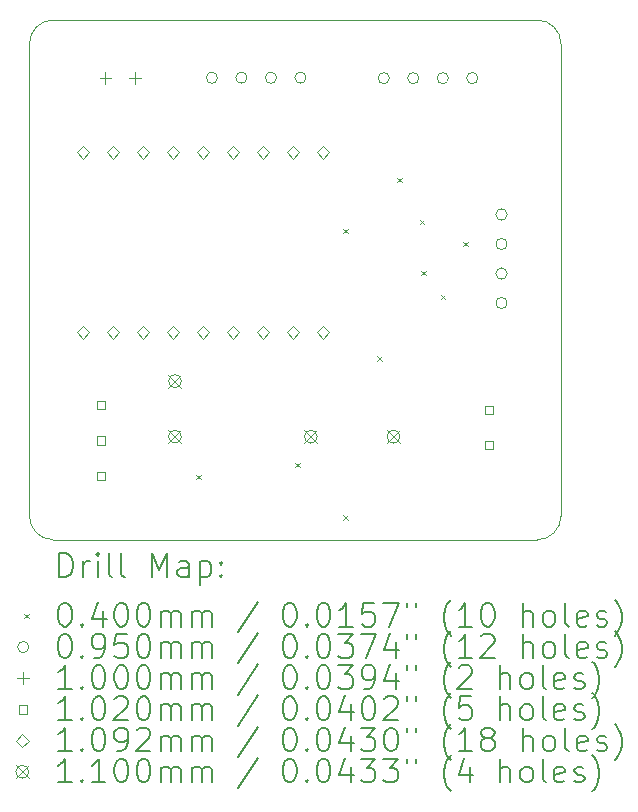
<source format=gbr>
%TF.GenerationSoftware,KiCad,Pcbnew,(6.0.7)*%
%TF.CreationDate,2022-12-11T16:44:10+01:00*%
%TF.ProjectId,StartStop_PCB,53746172-7453-4746-9f70-5f5043422e6b,rev?*%
%TF.SameCoordinates,Original*%
%TF.FileFunction,Drillmap*%
%TF.FilePolarity,Positive*%
%FSLAX45Y45*%
G04 Gerber Fmt 4.5, Leading zero omitted, Abs format (unit mm)*
G04 Created by KiCad (PCBNEW (6.0.7)) date 2022-12-11 16:44:10*
%MOMM*%
%LPD*%
G01*
G04 APERTURE LIST*
%ADD10C,0.100000*%
%ADD11C,0.200000*%
%ADD12C,0.040000*%
%ADD13C,0.095000*%
%ADD14C,0.102000*%
%ADD15C,0.109220*%
%ADD16C,0.110000*%
G04 APERTURE END LIST*
D10*
X14400000Y-8100000D02*
G75*
G03*
X14600000Y-7900000I0J200000D01*
G01*
X10300000Y-3700000D02*
G75*
G03*
X10100000Y-3900000I0J-200000D01*
G01*
X14600000Y-7900000D02*
X14600000Y-3900000D01*
X14400000Y-3700000D02*
X10300000Y-3700000D01*
X10100000Y-3900000D02*
X10100000Y-7900000D01*
X14600000Y-3900000D02*
G75*
G03*
X14400000Y-3700000I-200000J0D01*
G01*
X10100000Y-7900000D02*
G75*
G03*
X10300000Y-8100000I200000J0D01*
G01*
X10300000Y-8100000D02*
X14400000Y-8100000D01*
D11*
D12*
X11511600Y-7549200D02*
X11551600Y-7589200D01*
X11551600Y-7549200D02*
X11511600Y-7589200D01*
X12349800Y-7447600D02*
X12389800Y-7487600D01*
X12389800Y-7447600D02*
X12349800Y-7487600D01*
X12756200Y-5466400D02*
X12796200Y-5506400D01*
X12796200Y-5466400D02*
X12756200Y-5506400D01*
X12756200Y-7892100D02*
X12796200Y-7932100D01*
X12796200Y-7892100D02*
X12756200Y-7932100D01*
X13045800Y-6545900D02*
X13085800Y-6585900D01*
X13085800Y-6545900D02*
X13045800Y-6585900D01*
X13213400Y-5034600D02*
X13253400Y-5074600D01*
X13253400Y-5034600D02*
X13213400Y-5074600D01*
X13403900Y-5390200D02*
X13443900Y-5430200D01*
X13443900Y-5390200D02*
X13403900Y-5430200D01*
X13416600Y-5822000D02*
X13456600Y-5862000D01*
X13456600Y-5822000D02*
X13416600Y-5862000D01*
X13581700Y-6025200D02*
X13621700Y-6065200D01*
X13621700Y-6025200D02*
X13581700Y-6065200D01*
X13773050Y-5576700D02*
X13813050Y-5616700D01*
X13813050Y-5576700D02*
X13773050Y-5616700D01*
D13*
X11692320Y-4188460D02*
G75*
G03*
X11692320Y-4188460I-47500J0D01*
G01*
X11942320Y-4188460D02*
G75*
G03*
X11942320Y-4188460I-47500J0D01*
G01*
X12192320Y-4188460D02*
G75*
G03*
X12192320Y-4188460I-47500J0D01*
G01*
X12442320Y-4188460D02*
G75*
G03*
X12442320Y-4188460I-47500J0D01*
G01*
X13147200Y-4192300D02*
G75*
G03*
X13147200Y-4192300I-47500J0D01*
G01*
X13397200Y-4192300D02*
G75*
G03*
X13397200Y-4192300I-47500J0D01*
G01*
X13647200Y-4192300D02*
G75*
G03*
X13647200Y-4192300I-47500J0D01*
G01*
X13897200Y-4192300D02*
G75*
G03*
X13897200Y-4192300I-47500J0D01*
G01*
X14144500Y-5346700D02*
G75*
G03*
X14144500Y-5346700I-47500J0D01*
G01*
X14144500Y-5596700D02*
G75*
G03*
X14144500Y-5596700I-47500J0D01*
G01*
X14144500Y-5846700D02*
G75*
G03*
X14144500Y-5846700I-47500J0D01*
G01*
X14144500Y-6096700D02*
G75*
G03*
X14144500Y-6096700I-47500J0D01*
G01*
D10*
X10743660Y-4139300D02*
X10743660Y-4239300D01*
X10693660Y-4189300D02*
X10793660Y-4189300D01*
X10993660Y-4139300D02*
X10993660Y-4239300D01*
X10943660Y-4189300D02*
X11043660Y-4189300D01*
D14*
X10742163Y-6995663D02*
X10742163Y-6923537D01*
X10670037Y-6923537D01*
X10670037Y-6995663D01*
X10742163Y-6995663D01*
X10742163Y-7295663D02*
X10742163Y-7223537D01*
X10670037Y-7223537D01*
X10670037Y-7295663D01*
X10742163Y-7295663D01*
X10742163Y-7595663D02*
X10742163Y-7523537D01*
X10670037Y-7523537D01*
X10670037Y-7595663D01*
X10742163Y-7595663D01*
X14028063Y-7036163D02*
X14028063Y-6964037D01*
X13955937Y-6964037D01*
X13955937Y-7036163D01*
X14028063Y-7036163D01*
X14028063Y-7336163D02*
X14028063Y-7264037D01*
X13955937Y-7264037D01*
X13955937Y-7336163D01*
X14028063Y-7336163D01*
D15*
X10553519Y-4873110D02*
X10608129Y-4818500D01*
X10553519Y-4763890D01*
X10498909Y-4818500D01*
X10553519Y-4873110D01*
X10553519Y-6397110D02*
X10608129Y-6342500D01*
X10553519Y-6287890D01*
X10498909Y-6342500D01*
X10553519Y-6397110D01*
X10807519Y-4873110D02*
X10862129Y-4818500D01*
X10807519Y-4763890D01*
X10752909Y-4818500D01*
X10807519Y-4873110D01*
X10807519Y-6397110D02*
X10862129Y-6342500D01*
X10807519Y-6287890D01*
X10752909Y-6342500D01*
X10807519Y-6397110D01*
X11061519Y-4873110D02*
X11116129Y-4818500D01*
X11061519Y-4763890D01*
X11006909Y-4818500D01*
X11061519Y-4873110D01*
X11061519Y-6397110D02*
X11116129Y-6342500D01*
X11061519Y-6287890D01*
X11006909Y-6342500D01*
X11061519Y-6397110D01*
X11315519Y-4873110D02*
X11370129Y-4818500D01*
X11315519Y-4763890D01*
X11260909Y-4818500D01*
X11315519Y-4873110D01*
X11315519Y-6397110D02*
X11370129Y-6342500D01*
X11315519Y-6287890D01*
X11260909Y-6342500D01*
X11315519Y-6397110D01*
X11569519Y-4873110D02*
X11624129Y-4818500D01*
X11569519Y-4763890D01*
X11514909Y-4818500D01*
X11569519Y-4873110D01*
X11569519Y-6397110D02*
X11624129Y-6342500D01*
X11569519Y-6287890D01*
X11514909Y-6342500D01*
X11569519Y-6397110D01*
X11823519Y-4873110D02*
X11878129Y-4818500D01*
X11823519Y-4763890D01*
X11768909Y-4818500D01*
X11823519Y-4873110D01*
X11823519Y-6397110D02*
X11878129Y-6342500D01*
X11823519Y-6287890D01*
X11768909Y-6342500D01*
X11823519Y-6397110D01*
X12077519Y-4873110D02*
X12132129Y-4818500D01*
X12077519Y-4763890D01*
X12022909Y-4818500D01*
X12077519Y-4873110D01*
X12077519Y-6397110D02*
X12132129Y-6342500D01*
X12077519Y-6287890D01*
X12022909Y-6342500D01*
X12077519Y-6397110D01*
X12331519Y-4873110D02*
X12386129Y-4818500D01*
X12331519Y-4763890D01*
X12276909Y-4818500D01*
X12331519Y-4873110D01*
X12331519Y-6397110D02*
X12386129Y-6342500D01*
X12331519Y-6287890D01*
X12276909Y-6342500D01*
X12331519Y-6397110D01*
X12585519Y-4873110D02*
X12640129Y-4818500D01*
X12585519Y-4763890D01*
X12530909Y-4818500D01*
X12585519Y-4873110D01*
X12585519Y-6397110D02*
X12640129Y-6342500D01*
X12585519Y-6287890D01*
X12530909Y-6342500D01*
X12585519Y-6397110D01*
D16*
X11277300Y-6702660D02*
X11387300Y-6812660D01*
X11387300Y-6702660D02*
X11277300Y-6812660D01*
X11387300Y-6757660D02*
G75*
G03*
X11387300Y-6757660I-55000J0D01*
G01*
X11277300Y-7172660D02*
X11387300Y-7282660D01*
X11387300Y-7172660D02*
X11277300Y-7282660D01*
X11387300Y-7227660D02*
G75*
G03*
X11387300Y-7227660I-55000J0D01*
G01*
X12427300Y-7172660D02*
X12537300Y-7282660D01*
X12537300Y-7172660D02*
X12427300Y-7282660D01*
X12537300Y-7227660D02*
G75*
G03*
X12537300Y-7227660I-55000J0D01*
G01*
X13127300Y-7172660D02*
X13237300Y-7282660D01*
X13237300Y-7172660D02*
X13127300Y-7282660D01*
X13237300Y-7227660D02*
G75*
G03*
X13237300Y-7227660I-55000J0D01*
G01*
D11*
X10352619Y-8415476D02*
X10352619Y-8215476D01*
X10400238Y-8215476D01*
X10428810Y-8225000D01*
X10447857Y-8244048D01*
X10457381Y-8263095D01*
X10466905Y-8301190D01*
X10466905Y-8329762D01*
X10457381Y-8367857D01*
X10447857Y-8386905D01*
X10428810Y-8405952D01*
X10400238Y-8415476D01*
X10352619Y-8415476D01*
X10552619Y-8415476D02*
X10552619Y-8282143D01*
X10552619Y-8320238D02*
X10562143Y-8301190D01*
X10571667Y-8291667D01*
X10590714Y-8282143D01*
X10609762Y-8282143D01*
X10676429Y-8415476D02*
X10676429Y-8282143D01*
X10676429Y-8215476D02*
X10666905Y-8225000D01*
X10676429Y-8234524D01*
X10685952Y-8225000D01*
X10676429Y-8215476D01*
X10676429Y-8234524D01*
X10800238Y-8415476D02*
X10781190Y-8405952D01*
X10771667Y-8386905D01*
X10771667Y-8215476D01*
X10905000Y-8415476D02*
X10885952Y-8405952D01*
X10876429Y-8386905D01*
X10876429Y-8215476D01*
X11133571Y-8415476D02*
X11133571Y-8215476D01*
X11200238Y-8358333D01*
X11266905Y-8215476D01*
X11266905Y-8415476D01*
X11447857Y-8415476D02*
X11447857Y-8310714D01*
X11438333Y-8291667D01*
X11419286Y-8282143D01*
X11381190Y-8282143D01*
X11362143Y-8291667D01*
X11447857Y-8405952D02*
X11428809Y-8415476D01*
X11381190Y-8415476D01*
X11362143Y-8405952D01*
X11352619Y-8386905D01*
X11352619Y-8367857D01*
X11362143Y-8348809D01*
X11381190Y-8339286D01*
X11428809Y-8339286D01*
X11447857Y-8329762D01*
X11543095Y-8282143D02*
X11543095Y-8482143D01*
X11543095Y-8291667D02*
X11562143Y-8282143D01*
X11600238Y-8282143D01*
X11619286Y-8291667D01*
X11628809Y-8301190D01*
X11638333Y-8320238D01*
X11638333Y-8377381D01*
X11628809Y-8396429D01*
X11619286Y-8405952D01*
X11600238Y-8415476D01*
X11562143Y-8415476D01*
X11543095Y-8405952D01*
X11724048Y-8396429D02*
X11733571Y-8405952D01*
X11724048Y-8415476D01*
X11714524Y-8405952D01*
X11724048Y-8396429D01*
X11724048Y-8415476D01*
X11724048Y-8291667D02*
X11733571Y-8301190D01*
X11724048Y-8310714D01*
X11714524Y-8301190D01*
X11724048Y-8291667D01*
X11724048Y-8310714D01*
D12*
X10055000Y-8725000D02*
X10095000Y-8765000D01*
X10095000Y-8725000D02*
X10055000Y-8765000D01*
D11*
X10390714Y-8635476D02*
X10409762Y-8635476D01*
X10428810Y-8645000D01*
X10438333Y-8654524D01*
X10447857Y-8673571D01*
X10457381Y-8711667D01*
X10457381Y-8759286D01*
X10447857Y-8797381D01*
X10438333Y-8816429D01*
X10428810Y-8825952D01*
X10409762Y-8835476D01*
X10390714Y-8835476D01*
X10371667Y-8825952D01*
X10362143Y-8816429D01*
X10352619Y-8797381D01*
X10343095Y-8759286D01*
X10343095Y-8711667D01*
X10352619Y-8673571D01*
X10362143Y-8654524D01*
X10371667Y-8645000D01*
X10390714Y-8635476D01*
X10543095Y-8816429D02*
X10552619Y-8825952D01*
X10543095Y-8835476D01*
X10533571Y-8825952D01*
X10543095Y-8816429D01*
X10543095Y-8835476D01*
X10724048Y-8702143D02*
X10724048Y-8835476D01*
X10676429Y-8625952D02*
X10628810Y-8768810D01*
X10752619Y-8768810D01*
X10866905Y-8635476D02*
X10885952Y-8635476D01*
X10905000Y-8645000D01*
X10914524Y-8654524D01*
X10924048Y-8673571D01*
X10933571Y-8711667D01*
X10933571Y-8759286D01*
X10924048Y-8797381D01*
X10914524Y-8816429D01*
X10905000Y-8825952D01*
X10885952Y-8835476D01*
X10866905Y-8835476D01*
X10847857Y-8825952D01*
X10838333Y-8816429D01*
X10828810Y-8797381D01*
X10819286Y-8759286D01*
X10819286Y-8711667D01*
X10828810Y-8673571D01*
X10838333Y-8654524D01*
X10847857Y-8645000D01*
X10866905Y-8635476D01*
X11057381Y-8635476D02*
X11076429Y-8635476D01*
X11095476Y-8645000D01*
X11105000Y-8654524D01*
X11114524Y-8673571D01*
X11124048Y-8711667D01*
X11124048Y-8759286D01*
X11114524Y-8797381D01*
X11105000Y-8816429D01*
X11095476Y-8825952D01*
X11076429Y-8835476D01*
X11057381Y-8835476D01*
X11038333Y-8825952D01*
X11028810Y-8816429D01*
X11019286Y-8797381D01*
X11009762Y-8759286D01*
X11009762Y-8711667D01*
X11019286Y-8673571D01*
X11028810Y-8654524D01*
X11038333Y-8645000D01*
X11057381Y-8635476D01*
X11209762Y-8835476D02*
X11209762Y-8702143D01*
X11209762Y-8721190D02*
X11219286Y-8711667D01*
X11238333Y-8702143D01*
X11266905Y-8702143D01*
X11285952Y-8711667D01*
X11295476Y-8730714D01*
X11295476Y-8835476D01*
X11295476Y-8730714D02*
X11305000Y-8711667D01*
X11324048Y-8702143D01*
X11352619Y-8702143D01*
X11371667Y-8711667D01*
X11381190Y-8730714D01*
X11381190Y-8835476D01*
X11476428Y-8835476D02*
X11476428Y-8702143D01*
X11476428Y-8721190D02*
X11485952Y-8711667D01*
X11505000Y-8702143D01*
X11533571Y-8702143D01*
X11552619Y-8711667D01*
X11562143Y-8730714D01*
X11562143Y-8835476D01*
X11562143Y-8730714D02*
X11571667Y-8711667D01*
X11590714Y-8702143D01*
X11619286Y-8702143D01*
X11638333Y-8711667D01*
X11647857Y-8730714D01*
X11647857Y-8835476D01*
X12038333Y-8625952D02*
X11866905Y-8883095D01*
X12295476Y-8635476D02*
X12314524Y-8635476D01*
X12333571Y-8645000D01*
X12343095Y-8654524D01*
X12352619Y-8673571D01*
X12362143Y-8711667D01*
X12362143Y-8759286D01*
X12352619Y-8797381D01*
X12343095Y-8816429D01*
X12333571Y-8825952D01*
X12314524Y-8835476D01*
X12295476Y-8835476D01*
X12276428Y-8825952D01*
X12266905Y-8816429D01*
X12257381Y-8797381D01*
X12247857Y-8759286D01*
X12247857Y-8711667D01*
X12257381Y-8673571D01*
X12266905Y-8654524D01*
X12276428Y-8645000D01*
X12295476Y-8635476D01*
X12447857Y-8816429D02*
X12457381Y-8825952D01*
X12447857Y-8835476D01*
X12438333Y-8825952D01*
X12447857Y-8816429D01*
X12447857Y-8835476D01*
X12581190Y-8635476D02*
X12600238Y-8635476D01*
X12619286Y-8645000D01*
X12628809Y-8654524D01*
X12638333Y-8673571D01*
X12647857Y-8711667D01*
X12647857Y-8759286D01*
X12638333Y-8797381D01*
X12628809Y-8816429D01*
X12619286Y-8825952D01*
X12600238Y-8835476D01*
X12581190Y-8835476D01*
X12562143Y-8825952D01*
X12552619Y-8816429D01*
X12543095Y-8797381D01*
X12533571Y-8759286D01*
X12533571Y-8711667D01*
X12543095Y-8673571D01*
X12552619Y-8654524D01*
X12562143Y-8645000D01*
X12581190Y-8635476D01*
X12838333Y-8835476D02*
X12724048Y-8835476D01*
X12781190Y-8835476D02*
X12781190Y-8635476D01*
X12762143Y-8664048D01*
X12743095Y-8683095D01*
X12724048Y-8692619D01*
X13019286Y-8635476D02*
X12924048Y-8635476D01*
X12914524Y-8730714D01*
X12924048Y-8721190D01*
X12943095Y-8711667D01*
X12990714Y-8711667D01*
X13009762Y-8721190D01*
X13019286Y-8730714D01*
X13028809Y-8749762D01*
X13028809Y-8797381D01*
X13019286Y-8816429D01*
X13009762Y-8825952D01*
X12990714Y-8835476D01*
X12943095Y-8835476D01*
X12924048Y-8825952D01*
X12914524Y-8816429D01*
X13095476Y-8635476D02*
X13228809Y-8635476D01*
X13143095Y-8835476D01*
X13295476Y-8635476D02*
X13295476Y-8673571D01*
X13371667Y-8635476D02*
X13371667Y-8673571D01*
X13666905Y-8911667D02*
X13657381Y-8902143D01*
X13638333Y-8873571D01*
X13628809Y-8854524D01*
X13619286Y-8825952D01*
X13609762Y-8778333D01*
X13609762Y-8740238D01*
X13619286Y-8692619D01*
X13628809Y-8664048D01*
X13638333Y-8645000D01*
X13657381Y-8616429D01*
X13666905Y-8606905D01*
X13847857Y-8835476D02*
X13733571Y-8835476D01*
X13790714Y-8835476D02*
X13790714Y-8635476D01*
X13771667Y-8664048D01*
X13752619Y-8683095D01*
X13733571Y-8692619D01*
X13971667Y-8635476D02*
X13990714Y-8635476D01*
X14009762Y-8645000D01*
X14019286Y-8654524D01*
X14028809Y-8673571D01*
X14038333Y-8711667D01*
X14038333Y-8759286D01*
X14028809Y-8797381D01*
X14019286Y-8816429D01*
X14009762Y-8825952D01*
X13990714Y-8835476D01*
X13971667Y-8835476D01*
X13952619Y-8825952D01*
X13943095Y-8816429D01*
X13933571Y-8797381D01*
X13924048Y-8759286D01*
X13924048Y-8711667D01*
X13933571Y-8673571D01*
X13943095Y-8654524D01*
X13952619Y-8645000D01*
X13971667Y-8635476D01*
X14276428Y-8835476D02*
X14276428Y-8635476D01*
X14362143Y-8835476D02*
X14362143Y-8730714D01*
X14352619Y-8711667D01*
X14333571Y-8702143D01*
X14305000Y-8702143D01*
X14285952Y-8711667D01*
X14276428Y-8721190D01*
X14485952Y-8835476D02*
X14466905Y-8825952D01*
X14457381Y-8816429D01*
X14447857Y-8797381D01*
X14447857Y-8740238D01*
X14457381Y-8721190D01*
X14466905Y-8711667D01*
X14485952Y-8702143D01*
X14514524Y-8702143D01*
X14533571Y-8711667D01*
X14543095Y-8721190D01*
X14552619Y-8740238D01*
X14552619Y-8797381D01*
X14543095Y-8816429D01*
X14533571Y-8825952D01*
X14514524Y-8835476D01*
X14485952Y-8835476D01*
X14666905Y-8835476D02*
X14647857Y-8825952D01*
X14638333Y-8806905D01*
X14638333Y-8635476D01*
X14819286Y-8825952D02*
X14800238Y-8835476D01*
X14762143Y-8835476D01*
X14743095Y-8825952D01*
X14733571Y-8806905D01*
X14733571Y-8730714D01*
X14743095Y-8711667D01*
X14762143Y-8702143D01*
X14800238Y-8702143D01*
X14819286Y-8711667D01*
X14828809Y-8730714D01*
X14828809Y-8749762D01*
X14733571Y-8768810D01*
X14905000Y-8825952D02*
X14924048Y-8835476D01*
X14962143Y-8835476D01*
X14981190Y-8825952D01*
X14990714Y-8806905D01*
X14990714Y-8797381D01*
X14981190Y-8778333D01*
X14962143Y-8768810D01*
X14933571Y-8768810D01*
X14914524Y-8759286D01*
X14905000Y-8740238D01*
X14905000Y-8730714D01*
X14914524Y-8711667D01*
X14933571Y-8702143D01*
X14962143Y-8702143D01*
X14981190Y-8711667D01*
X15057381Y-8911667D02*
X15066905Y-8902143D01*
X15085952Y-8873571D01*
X15095476Y-8854524D01*
X15105000Y-8825952D01*
X15114524Y-8778333D01*
X15114524Y-8740238D01*
X15105000Y-8692619D01*
X15095476Y-8664048D01*
X15085952Y-8645000D01*
X15066905Y-8616429D01*
X15057381Y-8606905D01*
D13*
X10095000Y-9009000D02*
G75*
G03*
X10095000Y-9009000I-47500J0D01*
G01*
D11*
X10390714Y-8899476D02*
X10409762Y-8899476D01*
X10428810Y-8909000D01*
X10438333Y-8918524D01*
X10447857Y-8937571D01*
X10457381Y-8975667D01*
X10457381Y-9023286D01*
X10447857Y-9061381D01*
X10438333Y-9080429D01*
X10428810Y-9089952D01*
X10409762Y-9099476D01*
X10390714Y-9099476D01*
X10371667Y-9089952D01*
X10362143Y-9080429D01*
X10352619Y-9061381D01*
X10343095Y-9023286D01*
X10343095Y-8975667D01*
X10352619Y-8937571D01*
X10362143Y-8918524D01*
X10371667Y-8909000D01*
X10390714Y-8899476D01*
X10543095Y-9080429D02*
X10552619Y-9089952D01*
X10543095Y-9099476D01*
X10533571Y-9089952D01*
X10543095Y-9080429D01*
X10543095Y-9099476D01*
X10647857Y-9099476D02*
X10685952Y-9099476D01*
X10705000Y-9089952D01*
X10714524Y-9080429D01*
X10733571Y-9051857D01*
X10743095Y-9013762D01*
X10743095Y-8937571D01*
X10733571Y-8918524D01*
X10724048Y-8909000D01*
X10705000Y-8899476D01*
X10666905Y-8899476D01*
X10647857Y-8909000D01*
X10638333Y-8918524D01*
X10628810Y-8937571D01*
X10628810Y-8985190D01*
X10638333Y-9004238D01*
X10647857Y-9013762D01*
X10666905Y-9023286D01*
X10705000Y-9023286D01*
X10724048Y-9013762D01*
X10733571Y-9004238D01*
X10743095Y-8985190D01*
X10924048Y-8899476D02*
X10828810Y-8899476D01*
X10819286Y-8994714D01*
X10828810Y-8985190D01*
X10847857Y-8975667D01*
X10895476Y-8975667D01*
X10914524Y-8985190D01*
X10924048Y-8994714D01*
X10933571Y-9013762D01*
X10933571Y-9061381D01*
X10924048Y-9080429D01*
X10914524Y-9089952D01*
X10895476Y-9099476D01*
X10847857Y-9099476D01*
X10828810Y-9089952D01*
X10819286Y-9080429D01*
X11057381Y-8899476D02*
X11076429Y-8899476D01*
X11095476Y-8909000D01*
X11105000Y-8918524D01*
X11114524Y-8937571D01*
X11124048Y-8975667D01*
X11124048Y-9023286D01*
X11114524Y-9061381D01*
X11105000Y-9080429D01*
X11095476Y-9089952D01*
X11076429Y-9099476D01*
X11057381Y-9099476D01*
X11038333Y-9089952D01*
X11028810Y-9080429D01*
X11019286Y-9061381D01*
X11009762Y-9023286D01*
X11009762Y-8975667D01*
X11019286Y-8937571D01*
X11028810Y-8918524D01*
X11038333Y-8909000D01*
X11057381Y-8899476D01*
X11209762Y-9099476D02*
X11209762Y-8966143D01*
X11209762Y-8985190D02*
X11219286Y-8975667D01*
X11238333Y-8966143D01*
X11266905Y-8966143D01*
X11285952Y-8975667D01*
X11295476Y-8994714D01*
X11295476Y-9099476D01*
X11295476Y-8994714D02*
X11305000Y-8975667D01*
X11324048Y-8966143D01*
X11352619Y-8966143D01*
X11371667Y-8975667D01*
X11381190Y-8994714D01*
X11381190Y-9099476D01*
X11476428Y-9099476D02*
X11476428Y-8966143D01*
X11476428Y-8985190D02*
X11485952Y-8975667D01*
X11505000Y-8966143D01*
X11533571Y-8966143D01*
X11552619Y-8975667D01*
X11562143Y-8994714D01*
X11562143Y-9099476D01*
X11562143Y-8994714D02*
X11571667Y-8975667D01*
X11590714Y-8966143D01*
X11619286Y-8966143D01*
X11638333Y-8975667D01*
X11647857Y-8994714D01*
X11647857Y-9099476D01*
X12038333Y-8889952D02*
X11866905Y-9147095D01*
X12295476Y-8899476D02*
X12314524Y-8899476D01*
X12333571Y-8909000D01*
X12343095Y-8918524D01*
X12352619Y-8937571D01*
X12362143Y-8975667D01*
X12362143Y-9023286D01*
X12352619Y-9061381D01*
X12343095Y-9080429D01*
X12333571Y-9089952D01*
X12314524Y-9099476D01*
X12295476Y-9099476D01*
X12276428Y-9089952D01*
X12266905Y-9080429D01*
X12257381Y-9061381D01*
X12247857Y-9023286D01*
X12247857Y-8975667D01*
X12257381Y-8937571D01*
X12266905Y-8918524D01*
X12276428Y-8909000D01*
X12295476Y-8899476D01*
X12447857Y-9080429D02*
X12457381Y-9089952D01*
X12447857Y-9099476D01*
X12438333Y-9089952D01*
X12447857Y-9080429D01*
X12447857Y-9099476D01*
X12581190Y-8899476D02*
X12600238Y-8899476D01*
X12619286Y-8909000D01*
X12628809Y-8918524D01*
X12638333Y-8937571D01*
X12647857Y-8975667D01*
X12647857Y-9023286D01*
X12638333Y-9061381D01*
X12628809Y-9080429D01*
X12619286Y-9089952D01*
X12600238Y-9099476D01*
X12581190Y-9099476D01*
X12562143Y-9089952D01*
X12552619Y-9080429D01*
X12543095Y-9061381D01*
X12533571Y-9023286D01*
X12533571Y-8975667D01*
X12543095Y-8937571D01*
X12552619Y-8918524D01*
X12562143Y-8909000D01*
X12581190Y-8899476D01*
X12714524Y-8899476D02*
X12838333Y-8899476D01*
X12771667Y-8975667D01*
X12800238Y-8975667D01*
X12819286Y-8985190D01*
X12828809Y-8994714D01*
X12838333Y-9013762D01*
X12838333Y-9061381D01*
X12828809Y-9080429D01*
X12819286Y-9089952D01*
X12800238Y-9099476D01*
X12743095Y-9099476D01*
X12724048Y-9089952D01*
X12714524Y-9080429D01*
X12905000Y-8899476D02*
X13038333Y-8899476D01*
X12952619Y-9099476D01*
X13200238Y-8966143D02*
X13200238Y-9099476D01*
X13152619Y-8889952D02*
X13105000Y-9032810D01*
X13228809Y-9032810D01*
X13295476Y-8899476D02*
X13295476Y-8937571D01*
X13371667Y-8899476D02*
X13371667Y-8937571D01*
X13666905Y-9175667D02*
X13657381Y-9166143D01*
X13638333Y-9137571D01*
X13628809Y-9118524D01*
X13619286Y-9089952D01*
X13609762Y-9042333D01*
X13609762Y-9004238D01*
X13619286Y-8956619D01*
X13628809Y-8928048D01*
X13638333Y-8909000D01*
X13657381Y-8880429D01*
X13666905Y-8870905D01*
X13847857Y-9099476D02*
X13733571Y-9099476D01*
X13790714Y-9099476D02*
X13790714Y-8899476D01*
X13771667Y-8928048D01*
X13752619Y-8947095D01*
X13733571Y-8956619D01*
X13924048Y-8918524D02*
X13933571Y-8909000D01*
X13952619Y-8899476D01*
X14000238Y-8899476D01*
X14019286Y-8909000D01*
X14028809Y-8918524D01*
X14038333Y-8937571D01*
X14038333Y-8956619D01*
X14028809Y-8985190D01*
X13914524Y-9099476D01*
X14038333Y-9099476D01*
X14276428Y-9099476D02*
X14276428Y-8899476D01*
X14362143Y-9099476D02*
X14362143Y-8994714D01*
X14352619Y-8975667D01*
X14333571Y-8966143D01*
X14305000Y-8966143D01*
X14285952Y-8975667D01*
X14276428Y-8985190D01*
X14485952Y-9099476D02*
X14466905Y-9089952D01*
X14457381Y-9080429D01*
X14447857Y-9061381D01*
X14447857Y-9004238D01*
X14457381Y-8985190D01*
X14466905Y-8975667D01*
X14485952Y-8966143D01*
X14514524Y-8966143D01*
X14533571Y-8975667D01*
X14543095Y-8985190D01*
X14552619Y-9004238D01*
X14552619Y-9061381D01*
X14543095Y-9080429D01*
X14533571Y-9089952D01*
X14514524Y-9099476D01*
X14485952Y-9099476D01*
X14666905Y-9099476D02*
X14647857Y-9089952D01*
X14638333Y-9070905D01*
X14638333Y-8899476D01*
X14819286Y-9089952D02*
X14800238Y-9099476D01*
X14762143Y-9099476D01*
X14743095Y-9089952D01*
X14733571Y-9070905D01*
X14733571Y-8994714D01*
X14743095Y-8975667D01*
X14762143Y-8966143D01*
X14800238Y-8966143D01*
X14819286Y-8975667D01*
X14828809Y-8994714D01*
X14828809Y-9013762D01*
X14733571Y-9032810D01*
X14905000Y-9089952D02*
X14924048Y-9099476D01*
X14962143Y-9099476D01*
X14981190Y-9089952D01*
X14990714Y-9070905D01*
X14990714Y-9061381D01*
X14981190Y-9042333D01*
X14962143Y-9032810D01*
X14933571Y-9032810D01*
X14914524Y-9023286D01*
X14905000Y-9004238D01*
X14905000Y-8994714D01*
X14914524Y-8975667D01*
X14933571Y-8966143D01*
X14962143Y-8966143D01*
X14981190Y-8975667D01*
X15057381Y-9175667D02*
X15066905Y-9166143D01*
X15085952Y-9137571D01*
X15095476Y-9118524D01*
X15105000Y-9089952D01*
X15114524Y-9042333D01*
X15114524Y-9004238D01*
X15105000Y-8956619D01*
X15095476Y-8928048D01*
X15085952Y-8909000D01*
X15066905Y-8880429D01*
X15057381Y-8870905D01*
D10*
X10045000Y-9223000D02*
X10045000Y-9323000D01*
X9995000Y-9273000D02*
X10095000Y-9273000D01*
D11*
X10457381Y-9363476D02*
X10343095Y-9363476D01*
X10400238Y-9363476D02*
X10400238Y-9163476D01*
X10381190Y-9192048D01*
X10362143Y-9211095D01*
X10343095Y-9220619D01*
X10543095Y-9344429D02*
X10552619Y-9353952D01*
X10543095Y-9363476D01*
X10533571Y-9353952D01*
X10543095Y-9344429D01*
X10543095Y-9363476D01*
X10676429Y-9163476D02*
X10695476Y-9163476D01*
X10714524Y-9173000D01*
X10724048Y-9182524D01*
X10733571Y-9201571D01*
X10743095Y-9239667D01*
X10743095Y-9287286D01*
X10733571Y-9325381D01*
X10724048Y-9344429D01*
X10714524Y-9353952D01*
X10695476Y-9363476D01*
X10676429Y-9363476D01*
X10657381Y-9353952D01*
X10647857Y-9344429D01*
X10638333Y-9325381D01*
X10628810Y-9287286D01*
X10628810Y-9239667D01*
X10638333Y-9201571D01*
X10647857Y-9182524D01*
X10657381Y-9173000D01*
X10676429Y-9163476D01*
X10866905Y-9163476D02*
X10885952Y-9163476D01*
X10905000Y-9173000D01*
X10914524Y-9182524D01*
X10924048Y-9201571D01*
X10933571Y-9239667D01*
X10933571Y-9287286D01*
X10924048Y-9325381D01*
X10914524Y-9344429D01*
X10905000Y-9353952D01*
X10885952Y-9363476D01*
X10866905Y-9363476D01*
X10847857Y-9353952D01*
X10838333Y-9344429D01*
X10828810Y-9325381D01*
X10819286Y-9287286D01*
X10819286Y-9239667D01*
X10828810Y-9201571D01*
X10838333Y-9182524D01*
X10847857Y-9173000D01*
X10866905Y-9163476D01*
X11057381Y-9163476D02*
X11076429Y-9163476D01*
X11095476Y-9173000D01*
X11105000Y-9182524D01*
X11114524Y-9201571D01*
X11124048Y-9239667D01*
X11124048Y-9287286D01*
X11114524Y-9325381D01*
X11105000Y-9344429D01*
X11095476Y-9353952D01*
X11076429Y-9363476D01*
X11057381Y-9363476D01*
X11038333Y-9353952D01*
X11028810Y-9344429D01*
X11019286Y-9325381D01*
X11009762Y-9287286D01*
X11009762Y-9239667D01*
X11019286Y-9201571D01*
X11028810Y-9182524D01*
X11038333Y-9173000D01*
X11057381Y-9163476D01*
X11209762Y-9363476D02*
X11209762Y-9230143D01*
X11209762Y-9249190D02*
X11219286Y-9239667D01*
X11238333Y-9230143D01*
X11266905Y-9230143D01*
X11285952Y-9239667D01*
X11295476Y-9258714D01*
X11295476Y-9363476D01*
X11295476Y-9258714D02*
X11305000Y-9239667D01*
X11324048Y-9230143D01*
X11352619Y-9230143D01*
X11371667Y-9239667D01*
X11381190Y-9258714D01*
X11381190Y-9363476D01*
X11476428Y-9363476D02*
X11476428Y-9230143D01*
X11476428Y-9249190D02*
X11485952Y-9239667D01*
X11505000Y-9230143D01*
X11533571Y-9230143D01*
X11552619Y-9239667D01*
X11562143Y-9258714D01*
X11562143Y-9363476D01*
X11562143Y-9258714D02*
X11571667Y-9239667D01*
X11590714Y-9230143D01*
X11619286Y-9230143D01*
X11638333Y-9239667D01*
X11647857Y-9258714D01*
X11647857Y-9363476D01*
X12038333Y-9153952D02*
X11866905Y-9411095D01*
X12295476Y-9163476D02*
X12314524Y-9163476D01*
X12333571Y-9173000D01*
X12343095Y-9182524D01*
X12352619Y-9201571D01*
X12362143Y-9239667D01*
X12362143Y-9287286D01*
X12352619Y-9325381D01*
X12343095Y-9344429D01*
X12333571Y-9353952D01*
X12314524Y-9363476D01*
X12295476Y-9363476D01*
X12276428Y-9353952D01*
X12266905Y-9344429D01*
X12257381Y-9325381D01*
X12247857Y-9287286D01*
X12247857Y-9239667D01*
X12257381Y-9201571D01*
X12266905Y-9182524D01*
X12276428Y-9173000D01*
X12295476Y-9163476D01*
X12447857Y-9344429D02*
X12457381Y-9353952D01*
X12447857Y-9363476D01*
X12438333Y-9353952D01*
X12447857Y-9344429D01*
X12447857Y-9363476D01*
X12581190Y-9163476D02*
X12600238Y-9163476D01*
X12619286Y-9173000D01*
X12628809Y-9182524D01*
X12638333Y-9201571D01*
X12647857Y-9239667D01*
X12647857Y-9287286D01*
X12638333Y-9325381D01*
X12628809Y-9344429D01*
X12619286Y-9353952D01*
X12600238Y-9363476D01*
X12581190Y-9363476D01*
X12562143Y-9353952D01*
X12552619Y-9344429D01*
X12543095Y-9325381D01*
X12533571Y-9287286D01*
X12533571Y-9239667D01*
X12543095Y-9201571D01*
X12552619Y-9182524D01*
X12562143Y-9173000D01*
X12581190Y-9163476D01*
X12714524Y-9163476D02*
X12838333Y-9163476D01*
X12771667Y-9239667D01*
X12800238Y-9239667D01*
X12819286Y-9249190D01*
X12828809Y-9258714D01*
X12838333Y-9277762D01*
X12838333Y-9325381D01*
X12828809Y-9344429D01*
X12819286Y-9353952D01*
X12800238Y-9363476D01*
X12743095Y-9363476D01*
X12724048Y-9353952D01*
X12714524Y-9344429D01*
X12933571Y-9363476D02*
X12971667Y-9363476D01*
X12990714Y-9353952D01*
X13000238Y-9344429D01*
X13019286Y-9315857D01*
X13028809Y-9277762D01*
X13028809Y-9201571D01*
X13019286Y-9182524D01*
X13009762Y-9173000D01*
X12990714Y-9163476D01*
X12952619Y-9163476D01*
X12933571Y-9173000D01*
X12924048Y-9182524D01*
X12914524Y-9201571D01*
X12914524Y-9249190D01*
X12924048Y-9268238D01*
X12933571Y-9277762D01*
X12952619Y-9287286D01*
X12990714Y-9287286D01*
X13009762Y-9277762D01*
X13019286Y-9268238D01*
X13028809Y-9249190D01*
X13200238Y-9230143D02*
X13200238Y-9363476D01*
X13152619Y-9153952D02*
X13105000Y-9296810D01*
X13228809Y-9296810D01*
X13295476Y-9163476D02*
X13295476Y-9201571D01*
X13371667Y-9163476D02*
X13371667Y-9201571D01*
X13666905Y-9439667D02*
X13657381Y-9430143D01*
X13638333Y-9401571D01*
X13628809Y-9382524D01*
X13619286Y-9353952D01*
X13609762Y-9306333D01*
X13609762Y-9268238D01*
X13619286Y-9220619D01*
X13628809Y-9192048D01*
X13638333Y-9173000D01*
X13657381Y-9144429D01*
X13666905Y-9134905D01*
X13733571Y-9182524D02*
X13743095Y-9173000D01*
X13762143Y-9163476D01*
X13809762Y-9163476D01*
X13828809Y-9173000D01*
X13838333Y-9182524D01*
X13847857Y-9201571D01*
X13847857Y-9220619D01*
X13838333Y-9249190D01*
X13724048Y-9363476D01*
X13847857Y-9363476D01*
X14085952Y-9363476D02*
X14085952Y-9163476D01*
X14171667Y-9363476D02*
X14171667Y-9258714D01*
X14162143Y-9239667D01*
X14143095Y-9230143D01*
X14114524Y-9230143D01*
X14095476Y-9239667D01*
X14085952Y-9249190D01*
X14295476Y-9363476D02*
X14276428Y-9353952D01*
X14266905Y-9344429D01*
X14257381Y-9325381D01*
X14257381Y-9268238D01*
X14266905Y-9249190D01*
X14276428Y-9239667D01*
X14295476Y-9230143D01*
X14324048Y-9230143D01*
X14343095Y-9239667D01*
X14352619Y-9249190D01*
X14362143Y-9268238D01*
X14362143Y-9325381D01*
X14352619Y-9344429D01*
X14343095Y-9353952D01*
X14324048Y-9363476D01*
X14295476Y-9363476D01*
X14476428Y-9363476D02*
X14457381Y-9353952D01*
X14447857Y-9334905D01*
X14447857Y-9163476D01*
X14628809Y-9353952D02*
X14609762Y-9363476D01*
X14571667Y-9363476D01*
X14552619Y-9353952D01*
X14543095Y-9334905D01*
X14543095Y-9258714D01*
X14552619Y-9239667D01*
X14571667Y-9230143D01*
X14609762Y-9230143D01*
X14628809Y-9239667D01*
X14638333Y-9258714D01*
X14638333Y-9277762D01*
X14543095Y-9296810D01*
X14714524Y-9353952D02*
X14733571Y-9363476D01*
X14771667Y-9363476D01*
X14790714Y-9353952D01*
X14800238Y-9334905D01*
X14800238Y-9325381D01*
X14790714Y-9306333D01*
X14771667Y-9296810D01*
X14743095Y-9296810D01*
X14724048Y-9287286D01*
X14714524Y-9268238D01*
X14714524Y-9258714D01*
X14724048Y-9239667D01*
X14743095Y-9230143D01*
X14771667Y-9230143D01*
X14790714Y-9239667D01*
X14866905Y-9439667D02*
X14876428Y-9430143D01*
X14895476Y-9401571D01*
X14905000Y-9382524D01*
X14914524Y-9353952D01*
X14924048Y-9306333D01*
X14924048Y-9268238D01*
X14914524Y-9220619D01*
X14905000Y-9192048D01*
X14895476Y-9173000D01*
X14876428Y-9144429D01*
X14866905Y-9134905D01*
D14*
X10080063Y-9573063D02*
X10080063Y-9500937D01*
X10007937Y-9500937D01*
X10007937Y-9573063D01*
X10080063Y-9573063D01*
D11*
X10457381Y-9627476D02*
X10343095Y-9627476D01*
X10400238Y-9627476D02*
X10400238Y-9427476D01*
X10381190Y-9456048D01*
X10362143Y-9475095D01*
X10343095Y-9484619D01*
X10543095Y-9608429D02*
X10552619Y-9617952D01*
X10543095Y-9627476D01*
X10533571Y-9617952D01*
X10543095Y-9608429D01*
X10543095Y-9627476D01*
X10676429Y-9427476D02*
X10695476Y-9427476D01*
X10714524Y-9437000D01*
X10724048Y-9446524D01*
X10733571Y-9465571D01*
X10743095Y-9503667D01*
X10743095Y-9551286D01*
X10733571Y-9589381D01*
X10724048Y-9608429D01*
X10714524Y-9617952D01*
X10695476Y-9627476D01*
X10676429Y-9627476D01*
X10657381Y-9617952D01*
X10647857Y-9608429D01*
X10638333Y-9589381D01*
X10628810Y-9551286D01*
X10628810Y-9503667D01*
X10638333Y-9465571D01*
X10647857Y-9446524D01*
X10657381Y-9437000D01*
X10676429Y-9427476D01*
X10819286Y-9446524D02*
X10828810Y-9437000D01*
X10847857Y-9427476D01*
X10895476Y-9427476D01*
X10914524Y-9437000D01*
X10924048Y-9446524D01*
X10933571Y-9465571D01*
X10933571Y-9484619D01*
X10924048Y-9513190D01*
X10809762Y-9627476D01*
X10933571Y-9627476D01*
X11057381Y-9427476D02*
X11076429Y-9427476D01*
X11095476Y-9437000D01*
X11105000Y-9446524D01*
X11114524Y-9465571D01*
X11124048Y-9503667D01*
X11124048Y-9551286D01*
X11114524Y-9589381D01*
X11105000Y-9608429D01*
X11095476Y-9617952D01*
X11076429Y-9627476D01*
X11057381Y-9627476D01*
X11038333Y-9617952D01*
X11028810Y-9608429D01*
X11019286Y-9589381D01*
X11009762Y-9551286D01*
X11009762Y-9503667D01*
X11019286Y-9465571D01*
X11028810Y-9446524D01*
X11038333Y-9437000D01*
X11057381Y-9427476D01*
X11209762Y-9627476D02*
X11209762Y-9494143D01*
X11209762Y-9513190D02*
X11219286Y-9503667D01*
X11238333Y-9494143D01*
X11266905Y-9494143D01*
X11285952Y-9503667D01*
X11295476Y-9522714D01*
X11295476Y-9627476D01*
X11295476Y-9522714D02*
X11305000Y-9503667D01*
X11324048Y-9494143D01*
X11352619Y-9494143D01*
X11371667Y-9503667D01*
X11381190Y-9522714D01*
X11381190Y-9627476D01*
X11476428Y-9627476D02*
X11476428Y-9494143D01*
X11476428Y-9513190D02*
X11485952Y-9503667D01*
X11505000Y-9494143D01*
X11533571Y-9494143D01*
X11552619Y-9503667D01*
X11562143Y-9522714D01*
X11562143Y-9627476D01*
X11562143Y-9522714D02*
X11571667Y-9503667D01*
X11590714Y-9494143D01*
X11619286Y-9494143D01*
X11638333Y-9503667D01*
X11647857Y-9522714D01*
X11647857Y-9627476D01*
X12038333Y-9417952D02*
X11866905Y-9675095D01*
X12295476Y-9427476D02*
X12314524Y-9427476D01*
X12333571Y-9437000D01*
X12343095Y-9446524D01*
X12352619Y-9465571D01*
X12362143Y-9503667D01*
X12362143Y-9551286D01*
X12352619Y-9589381D01*
X12343095Y-9608429D01*
X12333571Y-9617952D01*
X12314524Y-9627476D01*
X12295476Y-9627476D01*
X12276428Y-9617952D01*
X12266905Y-9608429D01*
X12257381Y-9589381D01*
X12247857Y-9551286D01*
X12247857Y-9503667D01*
X12257381Y-9465571D01*
X12266905Y-9446524D01*
X12276428Y-9437000D01*
X12295476Y-9427476D01*
X12447857Y-9608429D02*
X12457381Y-9617952D01*
X12447857Y-9627476D01*
X12438333Y-9617952D01*
X12447857Y-9608429D01*
X12447857Y-9627476D01*
X12581190Y-9427476D02*
X12600238Y-9427476D01*
X12619286Y-9437000D01*
X12628809Y-9446524D01*
X12638333Y-9465571D01*
X12647857Y-9503667D01*
X12647857Y-9551286D01*
X12638333Y-9589381D01*
X12628809Y-9608429D01*
X12619286Y-9617952D01*
X12600238Y-9627476D01*
X12581190Y-9627476D01*
X12562143Y-9617952D01*
X12552619Y-9608429D01*
X12543095Y-9589381D01*
X12533571Y-9551286D01*
X12533571Y-9503667D01*
X12543095Y-9465571D01*
X12552619Y-9446524D01*
X12562143Y-9437000D01*
X12581190Y-9427476D01*
X12819286Y-9494143D02*
X12819286Y-9627476D01*
X12771667Y-9417952D02*
X12724048Y-9560810D01*
X12847857Y-9560810D01*
X12962143Y-9427476D02*
X12981190Y-9427476D01*
X13000238Y-9437000D01*
X13009762Y-9446524D01*
X13019286Y-9465571D01*
X13028809Y-9503667D01*
X13028809Y-9551286D01*
X13019286Y-9589381D01*
X13009762Y-9608429D01*
X13000238Y-9617952D01*
X12981190Y-9627476D01*
X12962143Y-9627476D01*
X12943095Y-9617952D01*
X12933571Y-9608429D01*
X12924048Y-9589381D01*
X12914524Y-9551286D01*
X12914524Y-9503667D01*
X12924048Y-9465571D01*
X12933571Y-9446524D01*
X12943095Y-9437000D01*
X12962143Y-9427476D01*
X13105000Y-9446524D02*
X13114524Y-9437000D01*
X13133571Y-9427476D01*
X13181190Y-9427476D01*
X13200238Y-9437000D01*
X13209762Y-9446524D01*
X13219286Y-9465571D01*
X13219286Y-9484619D01*
X13209762Y-9513190D01*
X13095476Y-9627476D01*
X13219286Y-9627476D01*
X13295476Y-9427476D02*
X13295476Y-9465571D01*
X13371667Y-9427476D02*
X13371667Y-9465571D01*
X13666905Y-9703667D02*
X13657381Y-9694143D01*
X13638333Y-9665571D01*
X13628809Y-9646524D01*
X13619286Y-9617952D01*
X13609762Y-9570333D01*
X13609762Y-9532238D01*
X13619286Y-9484619D01*
X13628809Y-9456048D01*
X13638333Y-9437000D01*
X13657381Y-9408429D01*
X13666905Y-9398905D01*
X13838333Y-9427476D02*
X13743095Y-9427476D01*
X13733571Y-9522714D01*
X13743095Y-9513190D01*
X13762143Y-9503667D01*
X13809762Y-9503667D01*
X13828809Y-9513190D01*
X13838333Y-9522714D01*
X13847857Y-9541762D01*
X13847857Y-9589381D01*
X13838333Y-9608429D01*
X13828809Y-9617952D01*
X13809762Y-9627476D01*
X13762143Y-9627476D01*
X13743095Y-9617952D01*
X13733571Y-9608429D01*
X14085952Y-9627476D02*
X14085952Y-9427476D01*
X14171667Y-9627476D02*
X14171667Y-9522714D01*
X14162143Y-9503667D01*
X14143095Y-9494143D01*
X14114524Y-9494143D01*
X14095476Y-9503667D01*
X14085952Y-9513190D01*
X14295476Y-9627476D02*
X14276428Y-9617952D01*
X14266905Y-9608429D01*
X14257381Y-9589381D01*
X14257381Y-9532238D01*
X14266905Y-9513190D01*
X14276428Y-9503667D01*
X14295476Y-9494143D01*
X14324048Y-9494143D01*
X14343095Y-9503667D01*
X14352619Y-9513190D01*
X14362143Y-9532238D01*
X14362143Y-9589381D01*
X14352619Y-9608429D01*
X14343095Y-9617952D01*
X14324048Y-9627476D01*
X14295476Y-9627476D01*
X14476428Y-9627476D02*
X14457381Y-9617952D01*
X14447857Y-9598905D01*
X14447857Y-9427476D01*
X14628809Y-9617952D02*
X14609762Y-9627476D01*
X14571667Y-9627476D01*
X14552619Y-9617952D01*
X14543095Y-9598905D01*
X14543095Y-9522714D01*
X14552619Y-9503667D01*
X14571667Y-9494143D01*
X14609762Y-9494143D01*
X14628809Y-9503667D01*
X14638333Y-9522714D01*
X14638333Y-9541762D01*
X14543095Y-9560810D01*
X14714524Y-9617952D02*
X14733571Y-9627476D01*
X14771667Y-9627476D01*
X14790714Y-9617952D01*
X14800238Y-9598905D01*
X14800238Y-9589381D01*
X14790714Y-9570333D01*
X14771667Y-9560810D01*
X14743095Y-9560810D01*
X14724048Y-9551286D01*
X14714524Y-9532238D01*
X14714524Y-9522714D01*
X14724048Y-9503667D01*
X14743095Y-9494143D01*
X14771667Y-9494143D01*
X14790714Y-9503667D01*
X14866905Y-9703667D02*
X14876428Y-9694143D01*
X14895476Y-9665571D01*
X14905000Y-9646524D01*
X14914524Y-9617952D01*
X14924048Y-9570333D01*
X14924048Y-9532238D01*
X14914524Y-9484619D01*
X14905000Y-9456048D01*
X14895476Y-9437000D01*
X14876428Y-9408429D01*
X14866905Y-9398905D01*
D15*
X10040390Y-9855610D02*
X10095000Y-9801000D01*
X10040390Y-9746390D01*
X9985780Y-9801000D01*
X10040390Y-9855610D01*
D11*
X10457381Y-9891476D02*
X10343095Y-9891476D01*
X10400238Y-9891476D02*
X10400238Y-9691476D01*
X10381190Y-9720048D01*
X10362143Y-9739095D01*
X10343095Y-9748619D01*
X10543095Y-9872429D02*
X10552619Y-9881952D01*
X10543095Y-9891476D01*
X10533571Y-9881952D01*
X10543095Y-9872429D01*
X10543095Y-9891476D01*
X10676429Y-9691476D02*
X10695476Y-9691476D01*
X10714524Y-9701000D01*
X10724048Y-9710524D01*
X10733571Y-9729571D01*
X10743095Y-9767667D01*
X10743095Y-9815286D01*
X10733571Y-9853381D01*
X10724048Y-9872429D01*
X10714524Y-9881952D01*
X10695476Y-9891476D01*
X10676429Y-9891476D01*
X10657381Y-9881952D01*
X10647857Y-9872429D01*
X10638333Y-9853381D01*
X10628810Y-9815286D01*
X10628810Y-9767667D01*
X10638333Y-9729571D01*
X10647857Y-9710524D01*
X10657381Y-9701000D01*
X10676429Y-9691476D01*
X10838333Y-9891476D02*
X10876429Y-9891476D01*
X10895476Y-9881952D01*
X10905000Y-9872429D01*
X10924048Y-9843857D01*
X10933571Y-9805762D01*
X10933571Y-9729571D01*
X10924048Y-9710524D01*
X10914524Y-9701000D01*
X10895476Y-9691476D01*
X10857381Y-9691476D01*
X10838333Y-9701000D01*
X10828810Y-9710524D01*
X10819286Y-9729571D01*
X10819286Y-9777190D01*
X10828810Y-9796238D01*
X10838333Y-9805762D01*
X10857381Y-9815286D01*
X10895476Y-9815286D01*
X10914524Y-9805762D01*
X10924048Y-9796238D01*
X10933571Y-9777190D01*
X11009762Y-9710524D02*
X11019286Y-9701000D01*
X11038333Y-9691476D01*
X11085952Y-9691476D01*
X11105000Y-9701000D01*
X11114524Y-9710524D01*
X11124048Y-9729571D01*
X11124048Y-9748619D01*
X11114524Y-9777190D01*
X11000238Y-9891476D01*
X11124048Y-9891476D01*
X11209762Y-9891476D02*
X11209762Y-9758143D01*
X11209762Y-9777190D02*
X11219286Y-9767667D01*
X11238333Y-9758143D01*
X11266905Y-9758143D01*
X11285952Y-9767667D01*
X11295476Y-9786714D01*
X11295476Y-9891476D01*
X11295476Y-9786714D02*
X11305000Y-9767667D01*
X11324048Y-9758143D01*
X11352619Y-9758143D01*
X11371667Y-9767667D01*
X11381190Y-9786714D01*
X11381190Y-9891476D01*
X11476428Y-9891476D02*
X11476428Y-9758143D01*
X11476428Y-9777190D02*
X11485952Y-9767667D01*
X11505000Y-9758143D01*
X11533571Y-9758143D01*
X11552619Y-9767667D01*
X11562143Y-9786714D01*
X11562143Y-9891476D01*
X11562143Y-9786714D02*
X11571667Y-9767667D01*
X11590714Y-9758143D01*
X11619286Y-9758143D01*
X11638333Y-9767667D01*
X11647857Y-9786714D01*
X11647857Y-9891476D01*
X12038333Y-9681952D02*
X11866905Y-9939095D01*
X12295476Y-9691476D02*
X12314524Y-9691476D01*
X12333571Y-9701000D01*
X12343095Y-9710524D01*
X12352619Y-9729571D01*
X12362143Y-9767667D01*
X12362143Y-9815286D01*
X12352619Y-9853381D01*
X12343095Y-9872429D01*
X12333571Y-9881952D01*
X12314524Y-9891476D01*
X12295476Y-9891476D01*
X12276428Y-9881952D01*
X12266905Y-9872429D01*
X12257381Y-9853381D01*
X12247857Y-9815286D01*
X12247857Y-9767667D01*
X12257381Y-9729571D01*
X12266905Y-9710524D01*
X12276428Y-9701000D01*
X12295476Y-9691476D01*
X12447857Y-9872429D02*
X12457381Y-9881952D01*
X12447857Y-9891476D01*
X12438333Y-9881952D01*
X12447857Y-9872429D01*
X12447857Y-9891476D01*
X12581190Y-9691476D02*
X12600238Y-9691476D01*
X12619286Y-9701000D01*
X12628809Y-9710524D01*
X12638333Y-9729571D01*
X12647857Y-9767667D01*
X12647857Y-9815286D01*
X12638333Y-9853381D01*
X12628809Y-9872429D01*
X12619286Y-9881952D01*
X12600238Y-9891476D01*
X12581190Y-9891476D01*
X12562143Y-9881952D01*
X12552619Y-9872429D01*
X12543095Y-9853381D01*
X12533571Y-9815286D01*
X12533571Y-9767667D01*
X12543095Y-9729571D01*
X12552619Y-9710524D01*
X12562143Y-9701000D01*
X12581190Y-9691476D01*
X12819286Y-9758143D02*
X12819286Y-9891476D01*
X12771667Y-9681952D02*
X12724048Y-9824810D01*
X12847857Y-9824810D01*
X12905000Y-9691476D02*
X13028809Y-9691476D01*
X12962143Y-9767667D01*
X12990714Y-9767667D01*
X13009762Y-9777190D01*
X13019286Y-9786714D01*
X13028809Y-9805762D01*
X13028809Y-9853381D01*
X13019286Y-9872429D01*
X13009762Y-9881952D01*
X12990714Y-9891476D01*
X12933571Y-9891476D01*
X12914524Y-9881952D01*
X12905000Y-9872429D01*
X13152619Y-9691476D02*
X13171667Y-9691476D01*
X13190714Y-9701000D01*
X13200238Y-9710524D01*
X13209762Y-9729571D01*
X13219286Y-9767667D01*
X13219286Y-9815286D01*
X13209762Y-9853381D01*
X13200238Y-9872429D01*
X13190714Y-9881952D01*
X13171667Y-9891476D01*
X13152619Y-9891476D01*
X13133571Y-9881952D01*
X13124048Y-9872429D01*
X13114524Y-9853381D01*
X13105000Y-9815286D01*
X13105000Y-9767667D01*
X13114524Y-9729571D01*
X13124048Y-9710524D01*
X13133571Y-9701000D01*
X13152619Y-9691476D01*
X13295476Y-9691476D02*
X13295476Y-9729571D01*
X13371667Y-9691476D02*
X13371667Y-9729571D01*
X13666905Y-9967667D02*
X13657381Y-9958143D01*
X13638333Y-9929571D01*
X13628809Y-9910524D01*
X13619286Y-9881952D01*
X13609762Y-9834333D01*
X13609762Y-9796238D01*
X13619286Y-9748619D01*
X13628809Y-9720048D01*
X13638333Y-9701000D01*
X13657381Y-9672429D01*
X13666905Y-9662905D01*
X13847857Y-9891476D02*
X13733571Y-9891476D01*
X13790714Y-9891476D02*
X13790714Y-9691476D01*
X13771667Y-9720048D01*
X13752619Y-9739095D01*
X13733571Y-9748619D01*
X13962143Y-9777190D02*
X13943095Y-9767667D01*
X13933571Y-9758143D01*
X13924048Y-9739095D01*
X13924048Y-9729571D01*
X13933571Y-9710524D01*
X13943095Y-9701000D01*
X13962143Y-9691476D01*
X14000238Y-9691476D01*
X14019286Y-9701000D01*
X14028809Y-9710524D01*
X14038333Y-9729571D01*
X14038333Y-9739095D01*
X14028809Y-9758143D01*
X14019286Y-9767667D01*
X14000238Y-9777190D01*
X13962143Y-9777190D01*
X13943095Y-9786714D01*
X13933571Y-9796238D01*
X13924048Y-9815286D01*
X13924048Y-9853381D01*
X13933571Y-9872429D01*
X13943095Y-9881952D01*
X13962143Y-9891476D01*
X14000238Y-9891476D01*
X14019286Y-9881952D01*
X14028809Y-9872429D01*
X14038333Y-9853381D01*
X14038333Y-9815286D01*
X14028809Y-9796238D01*
X14019286Y-9786714D01*
X14000238Y-9777190D01*
X14276428Y-9891476D02*
X14276428Y-9691476D01*
X14362143Y-9891476D02*
X14362143Y-9786714D01*
X14352619Y-9767667D01*
X14333571Y-9758143D01*
X14305000Y-9758143D01*
X14285952Y-9767667D01*
X14276428Y-9777190D01*
X14485952Y-9891476D02*
X14466905Y-9881952D01*
X14457381Y-9872429D01*
X14447857Y-9853381D01*
X14447857Y-9796238D01*
X14457381Y-9777190D01*
X14466905Y-9767667D01*
X14485952Y-9758143D01*
X14514524Y-9758143D01*
X14533571Y-9767667D01*
X14543095Y-9777190D01*
X14552619Y-9796238D01*
X14552619Y-9853381D01*
X14543095Y-9872429D01*
X14533571Y-9881952D01*
X14514524Y-9891476D01*
X14485952Y-9891476D01*
X14666905Y-9891476D02*
X14647857Y-9881952D01*
X14638333Y-9862905D01*
X14638333Y-9691476D01*
X14819286Y-9881952D02*
X14800238Y-9891476D01*
X14762143Y-9891476D01*
X14743095Y-9881952D01*
X14733571Y-9862905D01*
X14733571Y-9786714D01*
X14743095Y-9767667D01*
X14762143Y-9758143D01*
X14800238Y-9758143D01*
X14819286Y-9767667D01*
X14828809Y-9786714D01*
X14828809Y-9805762D01*
X14733571Y-9824810D01*
X14905000Y-9881952D02*
X14924048Y-9891476D01*
X14962143Y-9891476D01*
X14981190Y-9881952D01*
X14990714Y-9862905D01*
X14990714Y-9853381D01*
X14981190Y-9834333D01*
X14962143Y-9824810D01*
X14933571Y-9824810D01*
X14914524Y-9815286D01*
X14905000Y-9796238D01*
X14905000Y-9786714D01*
X14914524Y-9767667D01*
X14933571Y-9758143D01*
X14962143Y-9758143D01*
X14981190Y-9767667D01*
X15057381Y-9967667D02*
X15066905Y-9958143D01*
X15085952Y-9929571D01*
X15095476Y-9910524D01*
X15105000Y-9881952D01*
X15114524Y-9834333D01*
X15114524Y-9796238D01*
X15105000Y-9748619D01*
X15095476Y-9720048D01*
X15085952Y-9701000D01*
X15066905Y-9672429D01*
X15057381Y-9662905D01*
D16*
X9985000Y-10010000D02*
X10095000Y-10120000D01*
X10095000Y-10010000D02*
X9985000Y-10120000D01*
X10095000Y-10065000D02*
G75*
G03*
X10095000Y-10065000I-55000J0D01*
G01*
D11*
X10457381Y-10155476D02*
X10343095Y-10155476D01*
X10400238Y-10155476D02*
X10400238Y-9955476D01*
X10381190Y-9984048D01*
X10362143Y-10003095D01*
X10343095Y-10012619D01*
X10543095Y-10136429D02*
X10552619Y-10145952D01*
X10543095Y-10155476D01*
X10533571Y-10145952D01*
X10543095Y-10136429D01*
X10543095Y-10155476D01*
X10743095Y-10155476D02*
X10628810Y-10155476D01*
X10685952Y-10155476D02*
X10685952Y-9955476D01*
X10666905Y-9984048D01*
X10647857Y-10003095D01*
X10628810Y-10012619D01*
X10866905Y-9955476D02*
X10885952Y-9955476D01*
X10905000Y-9965000D01*
X10914524Y-9974524D01*
X10924048Y-9993571D01*
X10933571Y-10031667D01*
X10933571Y-10079286D01*
X10924048Y-10117381D01*
X10914524Y-10136429D01*
X10905000Y-10145952D01*
X10885952Y-10155476D01*
X10866905Y-10155476D01*
X10847857Y-10145952D01*
X10838333Y-10136429D01*
X10828810Y-10117381D01*
X10819286Y-10079286D01*
X10819286Y-10031667D01*
X10828810Y-9993571D01*
X10838333Y-9974524D01*
X10847857Y-9965000D01*
X10866905Y-9955476D01*
X11057381Y-9955476D02*
X11076429Y-9955476D01*
X11095476Y-9965000D01*
X11105000Y-9974524D01*
X11114524Y-9993571D01*
X11124048Y-10031667D01*
X11124048Y-10079286D01*
X11114524Y-10117381D01*
X11105000Y-10136429D01*
X11095476Y-10145952D01*
X11076429Y-10155476D01*
X11057381Y-10155476D01*
X11038333Y-10145952D01*
X11028810Y-10136429D01*
X11019286Y-10117381D01*
X11009762Y-10079286D01*
X11009762Y-10031667D01*
X11019286Y-9993571D01*
X11028810Y-9974524D01*
X11038333Y-9965000D01*
X11057381Y-9955476D01*
X11209762Y-10155476D02*
X11209762Y-10022143D01*
X11209762Y-10041190D02*
X11219286Y-10031667D01*
X11238333Y-10022143D01*
X11266905Y-10022143D01*
X11285952Y-10031667D01*
X11295476Y-10050714D01*
X11295476Y-10155476D01*
X11295476Y-10050714D02*
X11305000Y-10031667D01*
X11324048Y-10022143D01*
X11352619Y-10022143D01*
X11371667Y-10031667D01*
X11381190Y-10050714D01*
X11381190Y-10155476D01*
X11476428Y-10155476D02*
X11476428Y-10022143D01*
X11476428Y-10041190D02*
X11485952Y-10031667D01*
X11505000Y-10022143D01*
X11533571Y-10022143D01*
X11552619Y-10031667D01*
X11562143Y-10050714D01*
X11562143Y-10155476D01*
X11562143Y-10050714D02*
X11571667Y-10031667D01*
X11590714Y-10022143D01*
X11619286Y-10022143D01*
X11638333Y-10031667D01*
X11647857Y-10050714D01*
X11647857Y-10155476D01*
X12038333Y-9945952D02*
X11866905Y-10203095D01*
X12295476Y-9955476D02*
X12314524Y-9955476D01*
X12333571Y-9965000D01*
X12343095Y-9974524D01*
X12352619Y-9993571D01*
X12362143Y-10031667D01*
X12362143Y-10079286D01*
X12352619Y-10117381D01*
X12343095Y-10136429D01*
X12333571Y-10145952D01*
X12314524Y-10155476D01*
X12295476Y-10155476D01*
X12276428Y-10145952D01*
X12266905Y-10136429D01*
X12257381Y-10117381D01*
X12247857Y-10079286D01*
X12247857Y-10031667D01*
X12257381Y-9993571D01*
X12266905Y-9974524D01*
X12276428Y-9965000D01*
X12295476Y-9955476D01*
X12447857Y-10136429D02*
X12457381Y-10145952D01*
X12447857Y-10155476D01*
X12438333Y-10145952D01*
X12447857Y-10136429D01*
X12447857Y-10155476D01*
X12581190Y-9955476D02*
X12600238Y-9955476D01*
X12619286Y-9965000D01*
X12628809Y-9974524D01*
X12638333Y-9993571D01*
X12647857Y-10031667D01*
X12647857Y-10079286D01*
X12638333Y-10117381D01*
X12628809Y-10136429D01*
X12619286Y-10145952D01*
X12600238Y-10155476D01*
X12581190Y-10155476D01*
X12562143Y-10145952D01*
X12552619Y-10136429D01*
X12543095Y-10117381D01*
X12533571Y-10079286D01*
X12533571Y-10031667D01*
X12543095Y-9993571D01*
X12552619Y-9974524D01*
X12562143Y-9965000D01*
X12581190Y-9955476D01*
X12819286Y-10022143D02*
X12819286Y-10155476D01*
X12771667Y-9945952D02*
X12724048Y-10088810D01*
X12847857Y-10088810D01*
X12905000Y-9955476D02*
X13028809Y-9955476D01*
X12962143Y-10031667D01*
X12990714Y-10031667D01*
X13009762Y-10041190D01*
X13019286Y-10050714D01*
X13028809Y-10069762D01*
X13028809Y-10117381D01*
X13019286Y-10136429D01*
X13009762Y-10145952D01*
X12990714Y-10155476D01*
X12933571Y-10155476D01*
X12914524Y-10145952D01*
X12905000Y-10136429D01*
X13095476Y-9955476D02*
X13219286Y-9955476D01*
X13152619Y-10031667D01*
X13181190Y-10031667D01*
X13200238Y-10041190D01*
X13209762Y-10050714D01*
X13219286Y-10069762D01*
X13219286Y-10117381D01*
X13209762Y-10136429D01*
X13200238Y-10145952D01*
X13181190Y-10155476D01*
X13124048Y-10155476D01*
X13105000Y-10145952D01*
X13095476Y-10136429D01*
X13295476Y-9955476D02*
X13295476Y-9993571D01*
X13371667Y-9955476D02*
X13371667Y-9993571D01*
X13666905Y-10231667D02*
X13657381Y-10222143D01*
X13638333Y-10193571D01*
X13628809Y-10174524D01*
X13619286Y-10145952D01*
X13609762Y-10098333D01*
X13609762Y-10060238D01*
X13619286Y-10012619D01*
X13628809Y-9984048D01*
X13638333Y-9965000D01*
X13657381Y-9936429D01*
X13666905Y-9926905D01*
X13828809Y-10022143D02*
X13828809Y-10155476D01*
X13781190Y-9945952D02*
X13733571Y-10088810D01*
X13857381Y-10088810D01*
X14085952Y-10155476D02*
X14085952Y-9955476D01*
X14171667Y-10155476D02*
X14171667Y-10050714D01*
X14162143Y-10031667D01*
X14143095Y-10022143D01*
X14114524Y-10022143D01*
X14095476Y-10031667D01*
X14085952Y-10041190D01*
X14295476Y-10155476D02*
X14276428Y-10145952D01*
X14266905Y-10136429D01*
X14257381Y-10117381D01*
X14257381Y-10060238D01*
X14266905Y-10041190D01*
X14276428Y-10031667D01*
X14295476Y-10022143D01*
X14324048Y-10022143D01*
X14343095Y-10031667D01*
X14352619Y-10041190D01*
X14362143Y-10060238D01*
X14362143Y-10117381D01*
X14352619Y-10136429D01*
X14343095Y-10145952D01*
X14324048Y-10155476D01*
X14295476Y-10155476D01*
X14476428Y-10155476D02*
X14457381Y-10145952D01*
X14447857Y-10126905D01*
X14447857Y-9955476D01*
X14628809Y-10145952D02*
X14609762Y-10155476D01*
X14571667Y-10155476D01*
X14552619Y-10145952D01*
X14543095Y-10126905D01*
X14543095Y-10050714D01*
X14552619Y-10031667D01*
X14571667Y-10022143D01*
X14609762Y-10022143D01*
X14628809Y-10031667D01*
X14638333Y-10050714D01*
X14638333Y-10069762D01*
X14543095Y-10088810D01*
X14714524Y-10145952D02*
X14733571Y-10155476D01*
X14771667Y-10155476D01*
X14790714Y-10145952D01*
X14800238Y-10126905D01*
X14800238Y-10117381D01*
X14790714Y-10098333D01*
X14771667Y-10088810D01*
X14743095Y-10088810D01*
X14724048Y-10079286D01*
X14714524Y-10060238D01*
X14714524Y-10050714D01*
X14724048Y-10031667D01*
X14743095Y-10022143D01*
X14771667Y-10022143D01*
X14790714Y-10031667D01*
X14866905Y-10231667D02*
X14876428Y-10222143D01*
X14895476Y-10193571D01*
X14905000Y-10174524D01*
X14914524Y-10145952D01*
X14924048Y-10098333D01*
X14924048Y-10060238D01*
X14914524Y-10012619D01*
X14905000Y-9984048D01*
X14895476Y-9965000D01*
X14876428Y-9936429D01*
X14866905Y-9926905D01*
M02*

</source>
